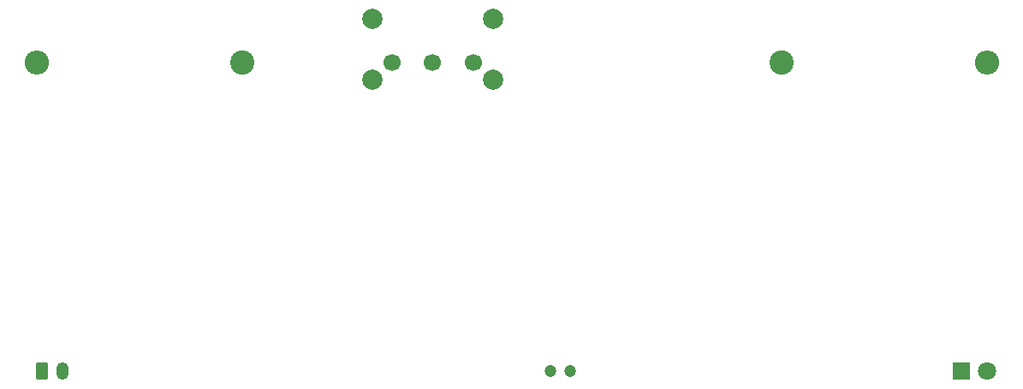
<source format=gbr>
%TF.GenerationSoftware,KiCad,Pcbnew,(6.0.10)*%
%TF.CreationDate,2023-02-17T15:29:09-08:00*%
%TF.ProjectId,Exercise 1 lab 6,45786572-6369-4736-9520-31206c616220,rev?*%
%TF.SameCoordinates,Original*%
%TF.FileFunction,Soldermask,Bot*%
%TF.FilePolarity,Negative*%
%FSLAX46Y46*%
G04 Gerber Fmt 4.6, Leading zero omitted, Abs format (unit mm)*
G04 Created by KiCad (PCBNEW (6.0.10)) date 2023-02-17 15:29:09*
%MOMM*%
%LPD*%
G01*
G04 APERTURE LIST*
G04 Aperture macros list*
%AMRoundRect*
0 Rectangle with rounded corners*
0 $1 Rounding radius*
0 $2 $3 $4 $5 $6 $7 $8 $9 X,Y pos of 4 corners*
0 Add a 4 corners polygon primitive as box body*
4,1,4,$2,$3,$4,$5,$6,$7,$8,$9,$2,$3,0*
0 Add four circle primitives for the rounded corners*
1,1,$1+$1,$2,$3*
1,1,$1+$1,$4,$5*
1,1,$1+$1,$6,$7*
1,1,$1+$1,$8,$9*
0 Add four rect primitives between the rounded corners*
20,1,$1+$1,$2,$3,$4,$5,0*
20,1,$1+$1,$4,$5,$6,$7,0*
20,1,$1+$1,$6,$7,$8,$9,0*
20,1,$1+$1,$8,$9,$2,$3,0*%
G04 Aperture macros list end*
%ADD10RoundRect,0.250000X-0.350000X-0.625000X0.350000X-0.625000X0.350000X0.625000X-0.350000X0.625000X0*%
%ADD11O,1.200000X1.750000*%
%ADD12C,2.400000*%
%ADD13O,2.400000X2.400000*%
%ADD14R,1.800000X1.800000*%
%ADD15C,1.800000*%
%ADD16C,2.000000*%
%ADD17C,1.700000*%
%ADD18C,1.200000*%
G04 APERTURE END LIST*
D10*
%TO.C,V1*%
X84360000Y-106680000D03*
D11*
X86360000Y-106680000D03*
%TD*%
D12*
%TO.C,R2*%
X104140000Y-76200000D03*
D13*
X83820000Y-76200000D03*
%TD*%
D14*
%TO.C,D1*%
X175260000Y-106680000D03*
D15*
X177800000Y-106680000D03*
%TD*%
D16*
%TO.C,SW1*%
X117000000Y-77950000D03*
X117000000Y-71950000D03*
X129000000Y-71950000D03*
X129000000Y-77950000D03*
D17*
X127000000Y-76200000D03*
X123000000Y-76200000D03*
X119000000Y-76200000D03*
%TD*%
D12*
%TO.C,R1*%
X157480000Y-76200000D03*
D13*
X177800000Y-76200000D03*
%TD*%
D18*
%TO.C,C1*%
X134620000Y-106680000D03*
X136620000Y-106680000D03*
%TD*%
M02*

</source>
